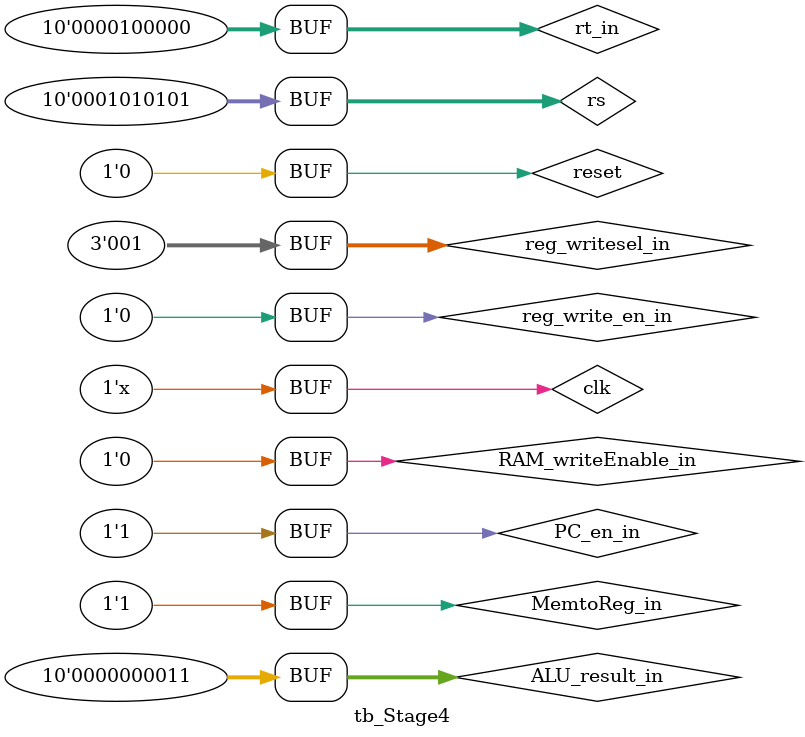
<source format=v>
module stage4 (
    output wire [9:0] mem_res_out, ALU_result_out,
    output wire reg_write_en_out, MemtoReg_out, PC_en_out,
    output wire [2:0] reg_writesel_out,
    output wire cache_Ready,
    input wire [9:0] rs, rt_in, ALU_result_in,
    input wire reg_write_en_in, RAM_writeEnable_in, MemtoReg_in, clk, reset, PC_en_in,
    input wire [2:0] reg_writesel_in
    );
    
    wire [9:0] RES_in;
    
    cache  Cache_Mod(.mem_res_out(RES_in), .cache_Ready(cache_Ready), .rs(rs), .rt_in(rt_in), .RAM_writeEnable_in(RAM_writeEnable_in), .MemtoReg_in(MemtoReg_in), .clk(clk), .reset(reset));
    
     M_reg MEMreg(
     //outputs 
     .memory_res_out(mem_res_out), .ALU_result_out(ALU_result_out), .reg_writesel_out(reg_writesel_out),
     .reg_write_en_out(reg_write_en_out), .MemtoReg_out(MemtoReg_out), .PC_en_out(PC_en_out),
     //inputs
     .clk(clk), .reset(reset),
     .memory_res_in(RES_in), .ALU_result_in(ALU_result_in), .cache_Ready(cache_Ready), .PC_en_in(PC_en_in), .reg_writesel_in(reg_writesel_in),
     .reg_write_en_in(reg_write_en_in), .MemtoReg_in(MemtoReg_in));

endmodule

module tb_Stage4();

    wire [9:0] mem_res_out, ALU_result_out;
    wire reg_write_en_out, MemtoReg_out, PC_en_out;
    wire [2:0] reg_writesel_out;
    wire cache_Ready;
    reg [9:0] rs, rt_in, ALU_result_in;
    reg reg_write_en_in, RAM_writeEnable_in, MemtoReg_in, clk, reset, PC_en_in;
    reg [2:0] reg_writesel_in;
    
    stage4 SUT (.mem_res_out(mem_res_out), .ALU_result_out(ALU_result_out), .reg_write_en_out(reg_write_en_out), .MemtoReg_out(MemtoReg_out), 
    .PC_en_out(PC_en_out), .reg_writesel_out(reg_writesel_out), .cache_Ready(cache_Ready), .rs(rs), 
    .rt_in(rt_in), .ALU_result_in(ALU_result_in), .reg_write_en_in(reg_write_en_in), 
    .RAM_writeEnable_in(RAM_writeEnable_in), .MemtoReg_in(MemtoReg_in), .clk(clk), .reset(reset), .PC_en_in(PC_en_in), .reg_writesel_in(reg_writesel_in));
    
    parameter PERIOD = 10;
    initial clk = 1'b0;
    always #(PERIOD/2) clk=~clk;
    
    initial begin
        ALU_result_in = 10'b11; reg_write_en_in = 2'b10; PC_en_in = 1'b1; reg_writesel_in = 3'b101; 
        reset=1'b1; #PERIOD;
        reset=1'b0;
        rs =10'b0000011111; rt_in=10'b0000000000;  
        RAM_writeEnable_in=1'b1; MemtoReg_in=1'b0;
        reg_writesel_in=3'b001;                                                     #PERIOD;
        #PERIOD; #PERIOD;
        
        rs =10'b0;
        RAM_writeEnable_in=1'b0; MemtoReg_in = 1'b1;                                #PERIOD;
        
        rs =10'b1010101; rt_in=10'b0000000001; 
        RAM_writeEnable_in=1'b0; MemtoReg_in = 1'b1;                                #PERIOD;
        
        rs =10'b1010101; rt_in=10'b0000000001; 
        RAM_writeEnable_in=1'b0; MemtoReg_in = 1'b1;                                #PERIOD;
        
        rs =10'b1010101; rt_in=10'b0000000001; 
        RAM_writeEnable_in=1'b1; MemtoReg_in = 1'b0;                                #PERIOD;
        
        rs =10'b1010101; rt_in=10'b0000100000; 
        RAM_writeEnable_in=1'b0; MemtoReg_in = 1'b1;                                #PERIOD;
        #PERIOD;    #PERIOD;
        #PERIOD;    #PERIOD;
        
    end
endmodule
</source>
